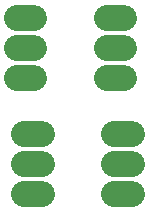
<source format=gbr>
G04 start of page 8 for group -4062 idx -4062 *
G04 Title: 4FF-FFC, soldermask *
G04 Creator: pcb 20140316 *
G04 CreationDate: Fr 01 Apr 2016 11:12:18 GMT UTC *
G04 For: laforge *
G04 Format: Gerber/RS-274X *
G04 PCB-Dimensions (mil): 6000.00 5000.00 *
G04 PCB-Coordinate-Origin: lower left *
%MOIN*%
%FSLAX25Y25*%
%LNBOTTOMMASK*%
%ADD32C,0.0866*%
G54D32*X12323Y465551D02*X18228D01*
X12323Y475551D02*X18228D01*
X12323Y485551D02*X18228D01*
X42323Y465551D02*X48228D01*
X42323Y475551D02*X48228D01*
X42323Y485551D02*X48228D01*
X44764Y446850D02*X50669D01*
X14764D02*X20669D01*
X14764Y436850D02*X20669D01*
X14764Y426850D02*X20669D01*
X44764Y436850D02*X50669D01*
X44764Y426850D02*X50669D01*
M02*

</source>
